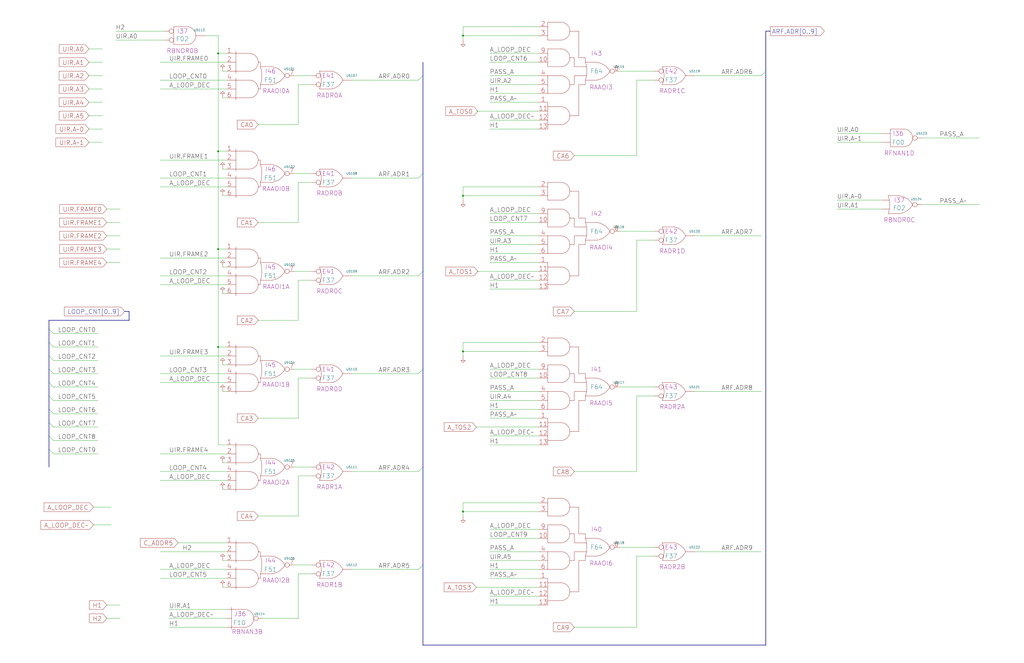
<source format=kicad_sch>
(kicad_sch (version 20250114) (generator "eeschema") (generator_version "9.0")
  (paper "User" 584.2 378.46)
  (title_block (title "REGISTER FILE CONTROL\\nA ADDRESS GENERATION") (date "22-MAR-90") (rev "1.0") (comment 1 "VALUE") (comment 2 "232-003063") (comment 3 "S400") (comment 4 "RELEASED"))
  (lib_symbols
    (symbol "r1000:F00" (pin_numbers (hide yes)) (pin_names (hide yes))
      (property "Reference" "U" (at 15.24 0 0))
      (property "Value" "F00" (at 1.905 -5.08 0))
      (property "Location" "___" (at 1.905 0 0))
      (property "Name" "______" (at 2.54 -12.7 0))
      (symbol "F00_0_1"
        (polyline (pts (xy -2.54 2.54) (xy -2.54 -7.62)) (stroke (width 0.1524)))
        (polyline (pts (xy -2.54 2.54) (xy 5.08 2.54)) (stroke (width 0.1524)))
        (polyline (pts (xy -2.54 -7.62) (xy 5.08 -7.62)) (stroke (width 0.1524)))
        (arc (start 5.08 2.54) (mid 10.1281 -2.54) (end 5.08 -7.62) (stroke (width 0.1524)))
        (circle (center 11.43 -2.54) (radius 1.27) (stroke (width 0.1524)))
      )
      (symbol "F00_0_2"
        (arc (start -3.175 2.54) (mid -2.134 -2.54) (end -3.175 -7.62) (stroke (width 0.1524)))
        (circle (center -3.81 0) (radius 1.27) (stroke (width 0.1524)))
        (circle (center -3.81 -5.08) (radius 1.27) (stroke (width 0.1524)))
        (polyline (pts (xy -3.175 2.54) (xy 3.81 2.54)) (stroke (width 0.1524)))
        (polyline (pts (xy -3.175 -7.62) (xy 3.81 -7.62)) (stroke (width 0.1524)))
        (arc (start 3.81 2.54) (mid 7.5828 0.7472) (end 10.16 -2.54) (stroke (width 0.1524)))
        (arc (start 10.16 -2.54) (mid 7.5855 -5.8306) (end 3.81 -7.62) (stroke (width 0.1524)))
      )
      (symbol "F00_1_1"
        (pin input line (at -7.62 0 0) (length 5.08) (name "D0") (number "1"))
        (pin input line (at -7.62 -5.08 0) (length 5.08) (name "D1") (number "2"))
        (pin output line (at 15.24 -2.54 180) (length 2.54) (name "Q") (number "3"))
      )
      (symbol "F00_1_2"
        (pin input line (at -7.62 0 0) (length 2.54) (name "D0") (number "1"))
        (pin input line (at -7.62 -5.08 0) (length 2.54) (name "D1") (number "2"))
        (pin output line (at 15.24 -2.54 180) (length 5.08) (name "Q") (number "3"))
      )
    )
    (symbol "r1000:F02" (pin_numbers (hide yes)) (pin_names (hide yes))
      (property "Reference" "U" (at 12.16 0.635 0))
      (property "Value" "F02" (at -1.27 -4.445 0))
      (property "Location" "___" (at 2.54 0 0))
      (property "Name" "______" (at 2.54 -12.7 0))
      (symbol "F02_0_1"
        (arc (start -3.81 2.54) (mid -2.9847 -2.54) (end -3.81 -7.62) (stroke (width 0.1524)))
        (polyline (pts (xy -5.08 0) (xy -3.175 0)) (stroke (width 0.1524)))
        (polyline (pts (xy -5.08 -5.08) (xy -3.175 -5.08)) (stroke (width 0.1524)))
        (polyline (pts (xy -3.81 2.54) (xy 2.54 2.54)) (stroke (width 0.1524)))
        (polyline (pts (xy -3.81 -7.62) (xy 2.54 -7.62)) (stroke (width 0.1524)))
        (arc (start 2.54 2.54) (mid 6.9477 0.8966) (end 10.16 -2.54) (stroke (width 0.1524)))
        (arc (start 10.16 -2.54) (mid 6.9515 -5.9823) (end 2.54 -7.62) (stroke (width 0.1524)))
        (circle (center 11.43 -2.54) (radius 1.27) (stroke (width 0.1524)))
        (polyline (pts (xy 13.97 -2.54) (xy 12.7 -2.54)) (stroke (width 0.1524)))
      )
      (symbol "F02_0_2"
        (circle (center -3.81 0) (radius 1.27) (stroke (width 0.1524)))
        (circle (center -3.81 -5.08) (radius 1.27) (stroke (width 0.1524)))
        (polyline (pts (xy -2.54 2.54) (xy -2.54 -7.62)) (stroke (width 0.1524)))
        (polyline (pts (xy -2.54 2.54) (xy 5.08 2.54)) (stroke (width 0.1524)))
        (polyline (pts (xy -2.54 -7.62) (xy 5.08 -7.62)) (stroke (width 0.1524)))
        (arc (start 5.08 2.54) (mid 10.1281 -2.54) (end 5.08 -7.62) (stroke (width 0.1524)))
        (polyline (pts (xy 11.43 -2.54) (xy 10.16 -2.54)) (stroke (width 0.1524)))
        (polyline (pts (xy 11.43 -2.54) (xy 12.7 -2.54)) (stroke (width 0.1524)))
      )
      (symbol "F02_1_1"
        (pin input line (at -7.62 0 0) (length 2.54) (name "D0") (number "1"))
        (pin input line (at -7.62 -5.08 0) (length 2.54) (name "D1") (number "2"))
        (pin output line (at 15.24 -2.54 180) (length 1.27) (name "Q") (number "3"))
      )
      (symbol "F02_1_2"
        (pin input line (at -7.62 0 0) (length 2.54) (name "D0") (number "1"))
        (pin input line (at -7.62 -5.08 0) (length 2.54) (name "D1") (number "2"))
        (pin output line (at 15.24 -2.54 180) (length 2.54) (name "Q") (number "3"))
      )
    )
    (symbol "r1000:F10" (pin_numbers (hide yes)) (pin_names (hide yes))
      (property "Reference" "U" (at 13.335 0 0))
      (property "Value" "F10" (at 5.715 -5.08 0))
      (property "Location" "___" (at -1.27 0 0))
      (property "Name" "______" (at -2.54 -10.16 0))
      (symbol "F10_0_1"
        (polyline (pts (xy -2.54 3.81) (xy -2.54 -8.89)) (stroke (width 0.1524)))
        (polyline (pts (xy -2.54 2.54) (xy 5.08 2.54)) (stroke (width 0.1524)))
        (polyline (pts (xy -2.54 -7.62) (xy 5.08 -7.62)) (stroke (width 0.1524)))
        (arc (start 5.08 2.54) (mid 10.1281 -2.54) (end 5.08 -7.62) (stroke (width 0.1524)))
        (circle (center 11.43 -2.54) (radius 1.27) (stroke (width 0.1524)))
      )
      (symbol "F10_0_2"
        (arc (start -2.54 2.54) (mid -1.8195 -2.54) (end -2.54 -7.62) (stroke (width 0.1524)))
        (polyline (pts (xy -4.445 -2.54) (xy -5.08 -2.54)) (stroke (width 0.1524)))
        (circle (center -3.81 2.54) (radius 1.27) (stroke (width 0.1524)))
        (circle (center -3.81 -7.62) (radius 1.27) (stroke (width 0.1524)))
        (circle (center -3.175 -2.54) (radius 1.27) (stroke (width 0.1524)))
        (polyline (pts (xy -2.54 2.54) (xy 5.08 2.54)) (stroke (width 0.1524)))
        (polyline (pts (xy -2.54 -7.62) (xy 5.08 -7.62)) (stroke (width 0.1524)))
        (arc (start 5.08 2.54) (mid 8.4807 0.6111) (end 10.795 -2.54) (stroke (width 0.1524)))
        (arc (start 10.795 -2.54) (mid 8.4844 -5.6952) (end 5.08 -7.62) (stroke (width 0.1524)))
        (polyline (pts (xy 10.795 -2.54) (xy 12.7 -2.54)) (stroke (width 0.1524)))
      )
      (symbol "F10_1_1"
        (pin input line (at -5.08 2.54 0) (length 2.54) (name "D0") (number "1"))
        (pin input line (at -5.08 -2.54 0) (length 2.54) (name "D1") (number "2"))
        (pin input line (at -5.08 -7.62 0) (length 2.54) (name "D2") (number "3"))
        (pin output line (at 15.24 -2.54 180) (length 2.54) (name "Q") (number "4"))
      )
      (symbol "F10_1_2"
        (pin input line (at -5.08 2.54 0) (length 0) (name "D0") (number "1"))
        (pin input line (at -5.08 -2.54 0) (length 0) (name "D1") (number "2"))
        (pin input line (at -5.08 -7.62 0) (length 0) (name "D2") (number "3"))
        (pin output line (at 15.24 -2.54 180) (length 2.54) (name "Q") (number "4"))
      )
    )
    (symbol "r1000:F37" (pin_numbers (hide yes)) (pin_names (offset 0) (hide yes))
      (property "Reference" "U" (at 15.24 0 0))
      (property "Value" "F37" (at 1.905 -5.08 0))
      (property "Location" "___" (at 1.905 0 0))
      (property "Name" "______" (at 2.54 -12.7 0))
      (symbol "F37_0_1"
        (polyline (pts (xy -2.54 2.54) (xy -2.54 -7.62)) (stroke (width 0.1524)))
        (polyline (pts (xy -2.54 2.54) (xy 5.08 2.54)) (stroke (width 0.1524)))
        (polyline (pts (xy -2.54 -7.62) (xy 5.08 -7.62)) (stroke (width 0.1524)))
        (arc (start 5.08 2.54) (mid 10.1281 -2.54) (end 5.08 -7.62) (stroke (width 0.1524)))
        (circle (center 11.43 -2.54) (radius 1.27) (stroke (width 0.1524)))
      )
      (symbol "F37_0_2"
        (arc (start -3.175 2.54) (mid -2.134 -2.54) (end -3.175 -7.62) (stroke (width 0.1524)))
        (circle (center -3.81 0) (radius 1.27) (stroke (width 0.1524)))
        (circle (center -3.81 -5.08) (radius 1.27) (stroke (width 0.1524)))
        (polyline (pts (xy -3.175 2.54) (xy 3.81 2.54)) (stroke (width 0.1524)))
        (polyline (pts (xy -3.175 -7.62) (xy 3.81 -7.62)) (stroke (width 0.1524)))
        (arc (start 3.81 2.54) (mid 7.5828 0.7472) (end 10.16 -2.54) (stroke (width 0.1524)))
        (arc (start 10.16 -2.54) (mid 7.5855 -5.8306) (end 3.81 -7.62) (stroke (width 0.1524)))
      )
      (symbol "F37_1_1"
        (pin input line (at -7.62 0 0) (length 5.08) (name "D0") (number "1"))
        (pin input line (at -7.62 -5.08 0) (length 5.08) (name "D1") (number "2"))
        (pin output line (at 15.24 -2.54 180) (length 2.54) (name "Q") (number "3"))
      )
      (symbol "F37_1_2"
        (pin input line (at -7.62 0 0) (length 2.54) (name "D0") (number "1"))
        (pin input line (at -7.62 -5.08 0) (length 2.54) (name "D1") (number "2"))
        (pin output line (at 15.24 -2.54 180) (length 5.08) (name "Q") (number "3"))
      )
    )
    (symbol "r1000:F51" (pin_names (hide yes))
      (property "Reference" "U" (at 12.7 1.27 0))
      (property "Value" "F51" (at 1.905 -5.08 0))
      (property "Location" "___" (at 1.905 0 0))
      (property "Name" "______" (at 5.08 -12.7 0))
      (symbol "F51_0_0"
        (polyline (pts (xy -20.32 10.16) (xy -17.78 10.16)) (stroke (width 0.1524)))
        (polyline (pts (xy -20.32 5.08) (xy -17.78 5.08)) (stroke (width 0.1524)))
        (polyline (pts (xy -20.32 0) (xy -17.78 0)) (stroke (width 0.1524)))
        (polyline (pts (xy -20.32 -5.08) (xy -17.78 -5.08)) (stroke (width 0.1524)))
        (polyline (pts (xy -20.32 -10.16) (xy -17.78 -10.16)) (stroke (width 0.1524)))
        (polyline (pts (xy -20.32 -15.24) (xy -17.78 -15.24)) (stroke (width 0.1524)))
        (arc (start -3.8173 2.54) (mid -2.9926 -2.54) (end -3.8173 -7.62) (stroke (width 0.1524)))
        (polyline (pts (xy -17.78 11.43) (xy -17.78 -1.27)) (stroke (width 0.1524)))
        (polyline (pts (xy -17.78 -3.81) (xy -17.78 -16.51)) (stroke (width 0.1524)))
        (polyline (pts (xy -10.16 10.16) (xy -17.78 10.16)) (stroke (width 0.1524)))
        (arc (start -10.16 10.16) (mid -6.5679 8.6721) (end -5.08 5.08) (stroke (width 0.1524)))
        (arc (start -5.08 5.08) (mid -6.5679 1.4879) (end -10.16 0) (stroke (width 0.1524)))
        (polyline (pts (xy -10.16 0) (xy -17.78 0)) (stroke (width 0.1524)))
        (polyline (pts (xy -10.16 -5.08) (xy -17.78 -5.08)) (stroke (width 0.1524)))
        (arc (start -10.16 -5.08) (mid -6.5679 -6.5679) (end -5.08 -10.16) (stroke (width 0.1524)))
        (arc (start -5.08 -10.16) (mid -6.5679 -13.7521) (end -10.16 -15.24) (stroke (width 0.1524)))
        (polyline (pts (xy -10.16 -15.24) (xy -17.78 -15.24)) (stroke (width 0.1524)))
        (polyline (pts (xy -5.08 5.08) (xy -3.81 5.08) (xy -3.81 2.54)) (stroke (width 0.1524)))
        (polyline (pts (xy -5.08 -10.16) (xy -3.81 -10.16) (xy -3.81 -7.62)) (stroke (width 0.1524)))
        (polyline (pts (xy -3.81 2.54) (xy 2.54 2.54)) (stroke (width 0.1524)))
        (polyline (pts (xy -3.81 -7.62) (xy 2.54 -7.62)) (stroke (width 0.1524)))
        (arc (start 10.16 -2.54) (mid 6.9504 -5.9807) (end 2.54 -7.62) (stroke (width 0.1524)))
        (arc (start 2.54 2.54) (mid 6.9516 0.9024) (end 10.16 -2.54) (stroke (width 0.1524)))
        (circle (center 11.43 -2.54) (radius 1.27) (stroke (width 0.1524)))
      )
      (symbol "F51_1_1"
        (pin input line (at -22.86 10.16 0) (length 2.54) (name "A1") (number "1"))
        (pin input line (at -22.86 5.08 0) (length 2.54) (name "A2") (number "2"))
        (pin input line (at -22.86 0 0) (length 2.54) (name "A3") (number "3"))
        (pin input line (at -22.86 -5.08 0) (length 2.54) (name "B1") (number "4"))
        (pin input line (at -22.86 -10.16 0) (length 2.54) (name "B2") (number "5"))
        (pin input line (at -22.86 -15.24 0) (length 2.54) (name "B3") (number "6"))
        (pin output line (at 15.24 -2.54 180) (length 2.54) (name "Q") (number "7"))
      )
    )
    (symbol "r1000:F64" (pin_names (hide yes))
      (property "Reference" "U" (at 15.24 2.54 0))
      (property "Value" "F64" (at 2.54 0 0))
      (property "Location" "___" (at 2.54 10.16 0))
      (property "Name" "______" (at 5.08 -10.62 0))
      (symbol "F64_0_0"
        (polyline (pts (xy -25.4 27.94) (xy -17.78 27.94)) (stroke (width 0.1524)))
        (polyline (pts (xy -25.4 17.78) (xy -17.78 17.78)) (stroke (width 0.1524)))
        (polyline (pts (xy -25.4 12.7) (xy -17.78 12.7)) (stroke (width 0.1524)))
        (polyline (pts (xy -25.4 2.54) (xy -17.78 2.54)) (stroke (width 0.1524)))
        (polyline (pts (xy -25.4 -2.54) (xy -17.78 -2.54)) (stroke (width 0.1524)))
        (polyline (pts (xy -25.4 -12.7) (xy -17.78 -12.7)) (stroke (width 0.1524)))
        (polyline (pts (xy -25.4 -20.32) (xy -17.78 -20.32)) (stroke (width 0.1524)))
        (polyline (pts (xy -25.4 -30.48) (xy -17.78 -30.48)) (stroke (width 0.1524)))
        (arc (start -3.8173 5.08) (mid -2.9926 0) (end -3.8173 -5.08) (stroke (width 0.1524)))
        (arc (start -17.78 27.94) (mid -14.1879 26.4521) (end -12.7 22.86) (stroke (width 0.1524)))
        (arc (start -12.7 22.86) (mid -14.1879 19.2679) (end -17.78 17.78) (stroke (width 0.1524)))
        (arc (start -17.78 12.7) (mid -14.1879 11.2121) (end -12.7 7.62) (stroke (width 0.1524)))
        (arc (start -12.7 7.62) (mid -14.1879 4.0279) (end -17.78 2.54) (stroke (width 0.1524)))
        (arc (start -17.78 -2.54) (mid -14.1879 -4.0279) (end -12.7 -7.62) (stroke (width 0.1524)))
        (arc (start -12.7 -7.62) (mid -14.1879 -11.2121) (end -17.78 -12.7) (stroke (width 0.1524)))
        (arc (start -17.78 -20.32) (mid -14.1879 -21.8079) (end -12.7 -25.4) (stroke (width 0.1524)))
        (arc (start -12.7 -25.4) (mid -14.1879 -28.9921) (end -17.78 -30.48) (stroke (width 0.1524)))
        (polyline (pts (xy -3.81 5.08) (xy 2.54 5.08)) (stroke (width 0.1524)))
        (polyline (pts (xy -3.81 -5.08) (xy 2.54 -5.08)) (stroke (width 0.1524)))
        (arc (start 10.16 0) (mid 6.9504 -3.4407) (end 2.54 -5.08) (stroke (width 0.1524)))
        (arc (start 2.54 5.08) (mid 6.9516 3.4424) (end 10.16 0) (stroke (width 0.1524)))
        (circle (center 11.43 0) (radius 1.27) (stroke (width 0.1524)))
      )
      (symbol "F64_0_1"
        (polyline (pts (xy -25.4 27.94) (xy -25.4 17.78)) (stroke (width 0.1524)))
        (polyline (pts (xy -25.4 12.7) (xy -25.4 2.54)) (stroke (width 0.1524)))
        (polyline (pts (xy -25.4 -2.54) (xy -25.4 -12.7)) (stroke (width 0.1524)))
        (polyline (pts (xy -25.4 -17.78) (xy -25.4 -20.32)) (stroke (width 0.1524)))
        (polyline (pts (xy -25.4 -20.32) (xy -25.4 -30.48)) (stroke (width 0.1524)))
        (polyline (pts (xy -25.4 -33.02) (xy -25.4 -30.48)) (stroke (width 0.1524)))
        (polyline (pts (xy -12.7 7.62) (xy -10.16 7.62) (xy -10.16 2.54) (xy -5.08 2.54)) (stroke (width 0.1524)))
        (polyline (pts (xy -12.7 -7.62) (xy -12.7 -7.62)) (stroke (width 0.1524)))
        (polyline (pts (xy -12.7 -7.62) (xy -10.16 -7.62) (xy -10.16 -2.54) (xy -5.08 -2.54)) (stroke (width 0.1524)))
        (polyline (pts (xy -5.08 2.54) (xy -3.175 2.54)) (stroke (width 0.1524)))
        (polyline (pts (xy -5.08 -2.54) (xy -3.175 -2.54)) (stroke (width 0.1524)))
        (polyline (pts (xy -3.81 5.08) (xy -3.81 7.62) (xy -7.62 7.62) (xy -7.62 22.86) (xy -12.7 22.86)) (stroke (width 0.1524)))
        (polyline (pts (xy -3.81 -5.08) (xy -3.81 -7.62) (xy -7.62 -7.62) (xy -7.62 -25.4) (xy -12.7 -25.4)) (stroke (width 0.1524)))
      )
      (symbol "F64_1_1"
        (pin input line (at -30.48 25.4 0) (length 5.08) (name "A0") (number "2"))
        (pin input line (at -30.48 20.32 0) (length 5.08) (name "A1") (number "3"))
        (pin input line (at -30.48 10.16 0) (length 5.08) (name "B0") (number "9"))
        (pin input line (at -30.48 5.08 0) (length 5.08) (name "B1") (number "10"))
        (pin input line (at -30.48 -2.54 0) (length 5.08) (name "C0") (number "4"))
        (pin input line (at -30.48 -7.62 0) (length 5.08) (name "C1") (number "5"))
        (pin input line (at -30.48 -12.7 0) (length 5.08) (name "C2") (number "6"))
        (pin input line (at -30.48 -17.78 0) (length 5.08) (name "D0") (number "1"))
        (pin input line (at -30.48 -22.86 0) (length 5.08) (name "D1") (number "11"))
        (pin input line (at -30.48 -27.94 0) (length 5.08) (name "D2") (number "12"))
        (pin input line (at -30.48 -33.02 0) (length 5.08) (name "D3") (number "13"))
        (pin output line (at 15.24 0 180) (length 2.54) (name "Q") (number "8"))
      )
    )
    (symbol "r1000:PD" (power) (pin_numbers (hide yes)) (pin_names (hide yes)) (in_bom no)
      (symbol "PD_0_1"
        (polyline (pts (xy 0 -2.54) (xy 1.27 -2.54) (xy 0 -3.81) (xy -1.27 -2.54) (xy 0 -2.54)) (stroke (width 0.1524)))
      )
      (symbol "PD_1_1"
        (pin power_in line (at 0 0 270) (length 2.54) (name "PD") (number "1"))
      )
    )
    (symbol "r1000:PU" (power) (pin_numbers (hide yes)) (pin_names (hide yes))
      (symbol "PU_0_1"
        (polyline (pts (xy 0 2.54) (xy -1.27 2.54) (xy 0 3.81) (xy 1.27 2.54) (xy 0 2.54)) (stroke (width 0.1524)))
      )
      (symbol "PU_1_1"
        (pin power_in line (at 0 0 90) (length 2.54) (name "PU") (number "1"))
      )
    )
  )
  (junction (at 264.16 111.76))
  (junction (at 124.46 198.12))
  (junction (at 264.16 292.1))
  (junction (at 124.46 142.24))
  (junction (at 124.46 30.48))
  (junction (at 264.16 20.32))
  (junction (at 124.46 86.36))
  (junction (at 264.16 200.66))
  (bus_entry (at 27.94 248.92) (size 2.54 2.54))
  (bus_entry (at 27.94 241.3) (size 2.54 2.54))
  (bus_entry (at 241.3 154.94) (size -2.54 2.54))
  (bus_entry (at 241.3 266.7) (size -2.54 2.54))
  (bus_entry (at 27.94 195.58) (size 2.54 2.54))
  (bus_entry (at 27.94 233.68) (size 2.54 2.54))
  (bus_entry (at 27.94 203.2) (size 2.54 2.54))
  (bus_entry (at 241.3 99.06) (size -2.54 2.54))
  (bus_entry (at 241.3 210.82) (size -2.54 2.54))
  (bus_entry (at 27.94 210.82) (size 2.54 2.54))
  (bus_entry (at 436.88 40.64) (size -2.54 2.54))
  (bus_entry (at 241.3 43.18) (size -2.54 2.54))
  (bus_entry (at 241.3 322.58) (size -2.54 2.54))
  (bus_entry (at 27.94 226.06) (size 2.54 2.54))
  (bus_entry (at 27.94 187.96) (size 2.54 2.54))
  (bus_entry (at 27.94 218.44) (size 2.54 2.54))
  (bus_entry (at 27.94 256.54) (size 2.54 2.54))
  (wire (pts (xy 91.44 274.32) (xy 129.54 274.32)))
  (bus (pts (xy 27.94 248.92) (xy 27.94 256.54)))
  (wire (pts (xy 200.66 325.12) (xy 238.76 325.12)))
  (wire (pts (xy 271.78 154.94) (xy 307.34 154.94)))
  (bus (pts (xy 71.12 177.8) (xy 73.66 177.8)))
  (bus (pts (xy 241.3 266.7) (xy 241.3 322.58)))
  (wire (pts (xy 30.48 205.74) (xy 55.88 205.74)))
  (bus (pts (xy 27.94 182.88) (xy 27.94 187.96)))
  (wire (pts (xy 60.96 119.38) (xy 68.58 119.38)))
  (wire (pts (xy 327.66 177.8) (xy 363.22 177.8)))
  (wire (pts (xy 279.4 215.9) (xy 307.34 215.9)))
  (wire (pts (xy 127 335.28) (xy 129.54 335.28)))
  (wire (pts (xy 353.06 220.98) (xy 373.38 220.98)))
  (bus (pts (xy 27.94 256.54) (xy 27.94 266.7)))
  (wire (pts (xy 264.16 200.66) (xy 307.34 200.66)))
  (wire (pts (xy 477.52 76.2) (xy 502.92 76.2)))
  (wire (pts (xy 30.48 213.36) (xy 55.88 213.36)))
  (wire (pts (xy 279.4 248.92) (xy 307.34 248.92)))
  (wire (pts (xy 279.4 302.26) (xy 307.34 302.26)))
  (wire (pts (xy 170.18 160.02) (xy 177.8 160.02)))
  (wire (pts (xy 91.44 203.2) (xy 129.54 203.2)))
  (wire (pts (xy 91.44 213.36) (xy 129.54 213.36)))
  (wire (pts (xy 396.24 314.96) (xy 434.34 314.96)))
  (wire (pts (xy 279.4 149.86) (xy 307.34 149.86)))
  (wire (pts (xy 200.66 157.48) (xy 238.76 157.48)))
  (wire (pts (xy 264.16 20.32) (xy 264.16 15.24)))
  (wire (pts (xy 30.48 251.46) (xy 55.88 251.46)))
  (wire (pts (xy 124.46 86.36) (xy 124.46 142.24)))
  (wire (pts (xy 279.4 127) (xy 307.34 127)))
  (wire (pts (xy 279.4 233.68) (xy 307.34 233.68)))
  (bus (pts (xy 27.94 218.44) (xy 27.94 226.06)))
  (wire (pts (xy 525.78 78.74) (xy 558.8 78.74)))
  (wire (pts (xy 30.48 220.98) (xy 55.88 220.98)))
  (wire (pts (xy 50.8 58.42) (xy 58.42 58.42)))
  (wire (pts (xy 91.44 50.8) (xy 129.54 50.8)))
  (wire (pts (xy 101.6 309.88) (xy 129.54 309.88)))
  (wire (pts (xy 167.64 210.82) (xy 177.8 210.82)))
  (wire (pts (xy 279.4 307.34) (xy 307.34 307.34)))
  (wire (pts (xy 170.18 353.06) (xy 170.18 327.66)))
  (wire (pts (xy 127 264.16) (xy 129.54 264.16)))
  (bus (pts (xy 27.94 203.2) (xy 27.94 210.82)))
  (wire (pts (xy 279.4 134.62) (xy 307.34 134.62)))
  (wire (pts (xy 363.22 226.06) (xy 373.38 226.06)))
  (bus (pts (xy 241.3 210.82) (xy 241.3 266.7)))
  (wire (pts (xy 66.04 17.78) (xy 93.98 17.78)))
  (wire (pts (xy 50.8 27.94) (xy 58.42 27.94)))
  (bus (pts (xy 241.3 43.18) (xy 241.3 99.06)))
  (wire (pts (xy 363.22 45.72) (xy 373.38 45.72)))
  (wire (pts (xy 53.34 299.72) (xy 63.5 299.72)))
  (wire (pts (xy 264.16 106.68) (xy 307.34 106.68)))
  (wire (pts (xy 279.4 48.26) (xy 307.34 48.26)))
  (wire (pts (xy 279.4 314.96) (xy 307.34 314.96)))
  (wire (pts (xy 264.16 20.32) (xy 307.34 20.32)))
  (bus (pts (xy 27.94 210.82) (xy 27.94 218.44)))
  (wire (pts (xy 30.48 198.12) (xy 55.88 198.12)))
  (wire (pts (xy 124.46 254) (xy 129.54 254)))
  (wire (pts (xy 167.64 154.94) (xy 177.8 154.94)))
  (wire (pts (xy 127 223.52) (xy 129.54 223.52)))
  (wire (pts (xy 96.52 347.98) (xy 129.54 347.98)))
  (wire (pts (xy 91.44 45.72) (xy 129.54 45.72)))
  (wire (pts (xy 279.4 58.42) (xy 307.34 58.42)))
  (wire (pts (xy 279.4 53.34) (xy 307.34 53.34)))
  (wire (pts (xy 279.4 68.58) (xy 307.34 68.58)))
  (wire (pts (xy 279.4 144.78) (xy 307.34 144.78)))
  (wire (pts (xy 91.44 35.56) (xy 129.54 35.56)))
  (wire (pts (xy 127 167.64) (xy 129.54 167.64)))
  (wire (pts (xy 30.48 259.08) (xy 55.88 259.08)))
  (bus (pts (xy 73.66 182.88) (xy 27.94 182.88)))
  (wire (pts (xy 91.44 162.56) (xy 129.54 162.56)))
  (wire (pts (xy 50.8 73.66) (xy 58.42 73.66)))
  (wire (pts (xy 127 111.76) (xy 129.54 111.76)))
  (wire (pts (xy 170.18 71.12) (xy 170.18 48.26)))
  (wire (pts (xy 170.18 294.64) (xy 170.18 271.78)))
  (wire (pts (xy 477.52 114.3) (xy 502.92 114.3)))
  (wire (pts (xy 30.48 243.84) (xy 55.88 243.84)))
  (wire (pts (xy 279.4 160.02) (xy 307.34 160.02)))
  (wire (pts (xy 264.16 294.64) (xy 264.16 292.1)))
  (wire (pts (xy 279.4 345.44) (xy 307.34 345.44)))
  (wire (pts (xy 525.78 116.84) (xy 558.8 116.84)))
  (wire (pts (xy 264.16 114.3) (xy 264.16 111.76)))
  (wire (pts (xy 60.96 345.44) (xy 68.58 345.44)))
  (bus (pts (xy 27.94 195.58) (xy 27.94 203.2)))
  (wire (pts (xy 279.4 165.1) (xy 307.34 165.1)))
  (wire (pts (xy 170.18 271.78) (xy 177.8 271.78)))
  (wire (pts (xy 91.44 101.6) (xy 129.54 101.6)))
  (wire (pts (xy 167.64 322.58) (xy 177.8 322.58)))
  (wire (pts (xy 60.96 127) (xy 68.58 127)))
  (wire (pts (xy 396.24 43.18) (xy 434.34 43.18)))
  (wire (pts (xy 91.44 218.44) (xy 129.54 218.44)))
  (wire (pts (xy 124.46 86.36) (xy 129.54 86.36)))
  (wire (pts (xy 264.16 22.86) (xy 264.16 20.32)))
  (wire (pts (xy 124.46 142.24) (xy 124.46 198.12)))
  (wire (pts (xy 127 40.64) (xy 129.54 40.64)))
  (wire (pts (xy 279.4 73.66) (xy 307.34 73.66)))
  (wire (pts (xy 279.4 254) (xy 307.34 254)))
  (bus (pts (xy 241.3 99.06) (xy 241.3 154.94)))
  (wire (pts (xy 149.86 353.06) (xy 170.18 353.06)))
  (wire (pts (xy 50.8 81.28) (xy 58.42 81.28)))
  (wire (pts (xy 170.18 238.76) (xy 170.18 215.9)))
  (wire (pts (xy 170.18 182.88) (xy 170.18 160.02)))
  (wire (pts (xy 200.66 269.24) (xy 238.76 269.24)))
  (wire (pts (xy 170.18 327.66) (xy 177.8 327.66)))
  (wire (pts (xy 124.46 142.24) (xy 129.54 142.24)))
  (wire (pts (xy 91.44 259.08) (xy 129.54 259.08)))
  (wire (pts (xy 279.4 210.82) (xy 307.34 210.82)))
  (wire (pts (xy 264.16 292.1) (xy 307.34 292.1)))
  (wire (pts (xy 264.16 200.66) (xy 264.16 195.58)))
  (wire (pts (xy 396.24 134.62) (xy 434.34 134.62)))
  (wire (pts (xy 279.4 340.36) (xy 307.34 340.36)))
  (wire (pts (xy 167.64 99.06) (xy 177.8 99.06)))
  (wire (pts (xy 271.78 63.5) (xy 307.34 63.5)))
  (wire (pts (xy 353.06 132.08) (xy 373.38 132.08)))
  (wire (pts (xy 279.4 238.76) (xy 307.34 238.76)))
  (wire (pts (xy 271.78 335.28) (xy 307.34 335.28)))
  (wire (pts (xy 271.78 243.84) (xy 307.34 243.84)))
  (wire (pts (xy 50.8 50.8) (xy 58.42 50.8)))
  (wire (pts (xy 124.46 30.48) (xy 124.46 86.36)))
  (wire (pts (xy 279.4 223.52) (xy 307.34 223.52)))
  (wire (pts (xy 167.64 43.18) (xy 177.8 43.18)))
  (wire (pts (xy 396.24 223.52) (xy 434.34 223.52)))
  (wire (pts (xy 327.66 358.14) (xy 363.22 358.14)))
  (wire (pts (xy 127 55.88) (xy 129.54 55.88)))
  (bus (pts (xy 241.3 322.58) (xy 241.3 368.3)))
  (wire (pts (xy 60.96 134.62) (xy 68.58 134.62)))
  (wire (pts (xy 279.4 35.56) (xy 307.34 35.56)))
  (wire (pts (xy 279.4 325.12) (xy 307.34 325.12)))
  (wire (pts (xy 264.16 111.76) (xy 264.16 106.68)))
  (bus (pts (xy 436.88 17.78) (xy 436.88 40.64)))
  (wire (pts (xy 127 152.4) (xy 129.54 152.4)))
  (wire (pts (xy 96.52 358.14) (xy 129.54 358.14)))
  (wire (pts (xy 363.22 88.9) (xy 363.22 45.72)))
  (wire (pts (xy 264.16 287.02) (xy 307.34 287.02)))
  (wire (pts (xy 53.34 289.56) (xy 63.5 289.56)))
  (wire (pts (xy 96.52 353.06) (xy 129.54 353.06)))
  (wire (pts (xy 279.4 320.04) (xy 307.34 320.04)))
  (bus (pts (xy 241.3 154.94) (xy 241.3 210.82)))
  (wire (pts (xy 30.48 236.22) (xy 55.88 236.22)))
  (wire (pts (xy 363.22 137.16) (xy 373.38 137.16)))
  (wire (pts (xy 264.16 111.76) (xy 307.34 111.76)))
  (wire (pts (xy 200.66 213.36) (xy 238.76 213.36)))
  (wire (pts (xy 170.18 127) (xy 170.18 104.14)))
  (wire (pts (xy 91.44 157.48) (xy 129.54 157.48)))
  (wire (pts (xy 91.44 106.68) (xy 129.54 106.68)))
  (bus (pts (xy 27.94 226.06) (xy 27.94 233.68)))
  (wire (pts (xy 127 208.28) (xy 129.54 208.28)))
  (wire (pts (xy 127 279.4) (xy 129.54 279.4)))
  (wire (pts (xy 264.16 15.24) (xy 307.34 15.24)))
  (wire (pts (xy 170.18 215.9) (xy 177.8 215.9)))
  (bus (pts (xy 73.66 177.8) (xy 73.66 182.88)))
  (wire (pts (xy 124.46 198.12) (xy 129.54 198.12)))
  (wire (pts (xy 363.22 177.8) (xy 363.22 137.16)))
  (wire (pts (xy 327.66 88.9) (xy 363.22 88.9)))
  (wire (pts (xy 147.32 71.12) (xy 170.18 71.12)))
  (wire (pts (xy 363.22 317.5) (xy 373.38 317.5)))
  (wire (pts (xy 167.64 266.7) (xy 177.8 266.7)))
  (wire (pts (xy 60.96 142.24) (xy 68.58 142.24)))
  (wire (pts (xy 264.16 292.1) (xy 264.16 287.02)))
  (wire (pts (xy 279.4 139.7) (xy 307.34 139.7)))
  (bus (pts (xy 436.88 40.64) (xy 436.88 368.3)))
  (wire (pts (xy 66.04 22.86) (xy 93.98 22.86)))
  (wire (pts (xy 363.22 358.14) (xy 363.22 317.5)))
  (wire (pts (xy 124.46 20.32) (xy 124.46 30.48)))
  (wire (pts (xy 147.32 182.88) (xy 170.18 182.88)))
  (bus (pts (xy 241.3 35.56) (xy 241.3 43.18)))
  (wire (pts (xy 170.18 104.14) (xy 177.8 104.14)))
  (wire (pts (xy 91.44 325.12) (xy 129.54 325.12)))
  (wire (pts (xy 50.8 43.18) (xy 58.42 43.18)))
  (wire (pts (xy 353.06 312.42) (xy 373.38 312.42)))
  (wire (pts (xy 200.66 101.6) (xy 238.76 101.6)))
  (bus (pts (xy 436.88 17.78) (xy 439.42 17.78)))
  (wire (pts (xy 279.4 121.92) (xy 307.34 121.92)))
  (wire (pts (xy 200.66 45.72) (xy 238.76 45.72)))
  (wire (pts (xy 353.06 40.64) (xy 373.38 40.64)))
  (wire (pts (xy 477.52 119.38) (xy 502.92 119.38)))
  (bus (pts (xy 27.94 233.68) (xy 27.94 241.3)))
  (wire (pts (xy 264.16 195.58) (xy 307.34 195.58)))
  (wire (pts (xy 279.4 228.6) (xy 307.34 228.6)))
  (wire (pts (xy 279.4 330.2) (xy 307.34 330.2)))
  (bus (pts (xy 27.94 187.96) (xy 27.94 195.58)))
  (wire (pts (xy 279.4 43.18) (xy 307.34 43.18)))
  (wire (pts (xy 91.44 91.44) (xy 129.54 91.44)))
  (wire (pts (xy 91.44 330.2) (xy 129.54 330.2)))
  (wire (pts (xy 127 320.04) (xy 129.54 320.04)))
  (wire (pts (xy 91.44 314.96) (xy 129.54 314.96)))
  (wire (pts (xy 147.32 238.76) (xy 170.18 238.76)))
  (wire (pts (xy 124.46 30.48) (xy 129.54 30.48)))
  (wire (pts (xy 127 96.52) (xy 129.54 96.52)))
  (wire (pts (xy 477.52 81.28) (xy 502.92 81.28)))
  (wire (pts (xy 60.96 149.86) (xy 68.58 149.86)))
  (wire (pts (xy 30.48 190.5) (xy 55.88 190.5)))
  (wire (pts (xy 279.4 30.48) (xy 307.34 30.48)))
  (bus (pts (xy 27.94 241.3) (xy 27.94 248.92)))
  (wire (pts (xy 50.8 66.04) (xy 58.42 66.04)))
  (wire (pts (xy 147.32 294.64) (xy 170.18 294.64)))
  (wire (pts (xy 60.96 353.06) (xy 68.58 353.06)))
  (wire (pts (xy 30.48 228.6) (xy 55.88 228.6)))
  (wire (pts (xy 147.32 127) (xy 170.18 127)))
  (wire (pts (xy 124.46 198.12) (xy 124.46 254)))
  (wire (pts (xy 327.66 269.24) (xy 363.22 269.24)))
  (wire (pts (xy 91.44 147.32) (xy 129.54 147.32)))
  (wire (pts (xy 50.8 35.56) (xy 58.42 35.56)))
  (wire (pts (xy 116.84 20.32) (xy 124.46 20.32)))
  (wire (pts (xy 264.16 203.2) (xy 264.16 200.66)))
  (wire (pts (xy 170.18 48.26) (xy 177.8 48.26)))
  (wire (pts (xy 91.44 269.24) (xy 129.54 269.24)))
  (bus (pts (xy 241.3 368.3) (xy 436.88 368.3)))
  (wire (pts (xy 363.22 269.24) (xy 363.22 226.06)))
  (label "PASS_A~" (at 279.4 330.2 0) (effects (font (size 2.54 2.54))))
  (label "ARF.ADR8" (at 411.48 223.52 0) (effects (font (size 2.54 2.54))))
  (label "UIR.A2" (at 279.4 48.26 0) (effects (font (size 2.54 2.54))))
  (label "LOOP_CNT3" (at 33.02 213.36 0) (effects (font (size 2.54 2.54))))
  (label "A_LOOP_DEC~" (at 96.52 353.06 0) (effects (font (size 2.54 2.54))))
  (label "LOOP_CNT9" (at 279.4 307.34 0) (effects (font (size 2.54 2.54))))
  (label "ARF.ADR4" (at 215.9 269.24 0) (effects (font (size 2.54 2.54))))
  (label "PASS_A~" (at 279.4 149.86 0) (effects (font (size 2.54 2.54))))
  (label "A_LOOP_DEC" (at 279.4 210.82 0) (effects (font (size 2.54 2.54))))
  (label "H1" (at 279.4 254 0) (effects (font (size 2.54 2.54))))
  (label "A_LOOP_DEC" (at 279.4 30.48 0) (effects (font (size 2.54 2.54))))
  (label "ARF.ADR0" (at 215.9 45.72 0) (effects (font (size 2.54 2.54))))
  (label "LOOP_CNT0" (at 33.02 190.5 0) (effects (font (size 2.54 2.54))))
  (label "H1" (at 279.4 73.66 0) (effects (font (size 2.54 2.54))))
  (label "H1" (at 279.4 325.12 0) (effects (font (size 2.54 2.54))))
  (label "PASS_A" (at 535.94 78.74 0) (effects (font (size 2.54 2.54))))
  (label "UIR.A3" (at 279.4 139.7 0) (effects (font (size 2.54 2.54))))
  (label "UIR.FRAME0" (at 96.52 35.56 0) (effects (font (size 2.54 2.54))))
  (label "PASS_A" (at 279.4 314.96 0) (effects (font (size 2.54 2.54))))
  (label "LOOP_CNT2" (at 33.02 205.74 0) (effects (font (size 2.54 2.54))))
  (label "UIR.A~0" (at 477.52 114.3 0) (effects (font (size 2.54 2.54))))
  (label "UIR.A0" (at 477.52 76.2 0) (effects (font (size 2.54 2.54))))
  (label "LOOP_CNT5" (at 33.02 228.6 0) (effects (font (size 2.54 2.54))))
  (label "H2" (at 104.14 314.96 0) (effects (font (size 2.54 2.54))))
  (label "H1" (at 96.52 358.14 0) (effects (font (size 2.54 2.54))))
  (label "LOOP_CNT4" (at 33.02 220.98 0) (effects (font (size 2.54 2.54))))
  (label "A_LOOP_DEC" (at 96.52 274.32 0) (effects (font (size 2.54 2.54))))
  (label "A_LOOP_DEC" (at 96.52 325.12 0) (effects (font (size 2.54 2.54))))
  (label "LOOP_CNT0" (at 96.52 45.72 0) (effects (font (size 2.54 2.54))))
  (label "UIR.FRAME1" (at 96.52 91.44 0) (effects (font (size 2.54 2.54))))
  (label "UIR.A~1" (at 477.52 81.28 0) (effects (font (size 2.54 2.54))))
  (label "ARF.ADR3" (at 215.9 213.36 0) (effects (font (size 2.54 2.54))))
  (label "ARF.ADR5" (at 215.9 325.12 0) (effects (font (size 2.54 2.54))))
  (label "UIR.A4" (at 279.4 228.6 0) (effects (font (size 2.54 2.54))))
  (label "UIR.FRAME4" (at 96.52 259.08 0) (effects (font (size 2.54 2.54))))
  (label "LOOP_CNT8" (at 33.02 251.46 0) (effects (font (size 2.54 2.54))))
  (label "ARF.ADR2" (at 215.9 157.48 0) (effects (font (size 2.54 2.54))))
  (label "A_LOOP_DEC" (at 96.52 50.8 0) (effects (font (size 2.54 2.54))))
  (label "LOOP_CNT3" (at 96.52 213.36 0) (effects (font (size 2.54 2.54))))
  (label "LOOP_CNT1" (at 96.52 101.6 0) (effects (font (size 2.54 2.54))))
  (label "A_LOOP_DEC" (at 279.4 302.26 0) (effects (font (size 2.54 2.54))))
  (label "A_LOOP_DEC~" (at 279.4 160.02 0) (effects (font (size 2.54 2.54))))
  (label "UIR.FRAME2" (at 96.52 147.32 0) (effects (font (size 2.54 2.54))))
  (label "LOOP_CNT9" (at 33.02 259.08 0) (effects (font (size 2.54 2.54))))
  (label "PASS_A" (at 279.4 223.52 0) (effects (font (size 2.54 2.54))))
  (label "H1" (at 279.4 165.1 0) (effects (font (size 2.54 2.54))))
  (label "H1" (at 279.4 233.68 0) (effects (font (size 2.54 2.54))))
  (label "ARF.ADR9" (at 411.48 314.96 0) (effects (font (size 2.54 2.54))))
  (label "A_LOOP_DEC" (at 96.52 106.68 0) (effects (font (size 2.54 2.54))))
  (label "UIR.A0" (at 66.04 22.86 0) (effects (font (size 2.54 2.54))))
  (label "LOOP_CNT1" (at 33.02 198.12 0) (effects (font (size 2.54 2.54))))
  (label "LOOP_CNT6" (at 279.4 35.56 0) (effects (font (size 2.54 2.54))))
  (label "A_LOOP_DEC" (at 96.52 218.44 0) (effects (font (size 2.54 2.54))))
  (label "UIR.A1" (at 477.52 119.38 0) (effects (font (size 2.54 2.54))))
  (label "PASS_A~" (at 279.4 58.42 0) (effects (font (size 2.54 2.54))))
  (label "LOOP_CNT4" (at 96.52 269.24 0) (effects (font (size 2.54 2.54))))
  (label "UIR.FRAME3" (at 96.52 203.2 0) (effects (font (size 2.54 2.54))))
  (label "LOOP_CNT7" (at 33.02 243.84 0) (effects (font (size 2.54 2.54))))
  (label "LOOP_CNT8" (at 279.4 215.9 0) (effects (font (size 2.54 2.54))))
  (label "PASS_A" (at 279.4 43.18 0) (effects (font (size 2.54 2.54))))
  (label "A_LOOP_DEC" (at 279.4 121.92 0) (effects (font (size 2.54 2.54))))
  (label "ARF.ADR1" (at 215.9 101.6 0) (effects (font (size 2.54 2.54))))
  (label "H1" (at 279.4 144.78 0) (effects (font (size 2.54 2.54))))
  (label "UIR.A5" (at 279.4 320.04 0) (effects (font (size 2.54 2.54))))
  (label "LOOP_CNT2" (at 96.52 157.48 0) (effects (font (size 2.54 2.54))))
  (label "PASS_A" (at 279.4 134.62 0) (effects (font (size 2.54 2.54))))
  (label "A_LOOP_DEC~" (at 279.4 340.36 0) (effects (font (size 2.54 2.54))))
  (label "A_LOOP_DEC" (at 96.52 162.56 0) (effects (font (size 2.54 2.54))))
  (label "H2" (at 66.04 17.78 0) (effects (font (size 2.54 2.54))))
  (label "PASS_A~" (at 535.94 116.84 0) (effects (font (size 2.54 2.54))))
  (label "LOOP_CNT7" (at 279.4 127 0) (effects (font (size 2.54 2.54))))
  (label "H1" (at 279.4 53.34 0) (effects (font (size 2.54 2.54))))
  (label "LOOP_CNT6" (at 33.02 236.22 0) (effects (font (size 2.54 2.54))))
  (label "A_LOOP_DEC~" (at 279.4 68.58 0) (effects (font (size 2.54 2.54))))
  (label "LOOP_CNT5" (at 96.52 330.2 0) (effects (font (size 2.54 2.54))))
  (label "ARF.ADR7" (at 411.48 134.62 0) (effects (font (size 2.54 2.54))))
  (label "UIR.A1" (at 96.52 347.98 0) (effects (font (size 2.54 2.54))))
  (label "ARF.ADR6" (at 411.48 43.18 0) (effects (font (size 2.54 2.54))))
  (label "PASS_A~" (at 279.4 238.76 0) (effects (font (size 2.54 2.54))))
  (label "A_LOOP_DEC~" (at 279.4 248.92 0) (effects (font (size 2.54 2.54))))
  (label "H1" (at 279.4 345.44 0) (effects (font (size 2.54 2.54))))
  (global_label "CA7" (shape input) (at 327.66 177.8 180) (effects (font (size 2.54 2.54))) (property "Intersheetrefs" "${INTERSHEET_REFS}" (at 315.6978 177.6413 0) (effects (font (size 1.905 1.905)) (justify right))))
  (global_label "LOOP_CNT[0..9]" (shape input) (at 71.12 177.8 180) (effects (font (size 2.54 2.54))) (property "Intersheetrefs" "${INTERSHEET_REFS}" (at 36.6607 177.6413 0) (effects (font (size 1.905 1.905)) (justify right))))
  (global_label "CA9" (shape input) (at 327.66 358.14 180) (effects (font (size 2.54 2.54))) (property "Intersheetrefs" "${INTERSHEET_REFS}" (at 315.6978 357.9813 0) (effects (font (size 1.905 1.905)) (justify right))))
  (global_label "UIR.A4" (shape input) (at 50.8 58.42 180) (effects (font (size 2.54 2.54))) (property "Intersheetrefs" "${INTERSHEET_REFS}" (at 33.7578 58.2613 0) (effects (font (size 1.905 1.905)) (justify right))))
  (global_label "UIR.A5" (shape input) (at 50.8 66.04 180) (effects (font (size 2.54 2.54))) (property "Intersheetrefs" "${INTERSHEET_REFS}" (at 33.7578 65.8813 0) (effects (font (size 1.905 1.905)) (justify right))))
  (global_label "A_LOOP_DEC" (shape input) (at 53.34 289.56 180) (effects (font (size 2.54 2.54))) (property "Intersheetrefs" "${INTERSHEET_REFS}" (at 25.1702 289.4013 0) (effects (font (size 1.905 1.905)) (justify right))))
  (global_label "CA3" (shape input) (at 147.32 238.76 180) (effects (font (size 2.54 2.54))) (property "Intersheetrefs" "${INTERSHEET_REFS}" (at 135.3578 238.6013 0) (effects (font (size 1.905 1.905)) (justify right))))
  (global_label "CA8" (shape input) (at 327.66 269.24 180) (effects (font (size 2.54 2.54))) (property "Intersheetrefs" "${INTERSHEET_REFS}" (at 315.6978 269.0813 0) (effects (font (size 1.905 1.905)) (justify right))))
  (global_label "CA2" (shape input) (at 147.32 182.88 180) (effects (font (size 2.54 2.54))) (property "Intersheetrefs" "${INTERSHEET_REFS}" (at 135.3578 182.7213 0) (effects (font (size 1.905 1.905)) (justify right))))
  (global_label "A_TOS1" (shape input) (at 272.621 154.94 180) (effects (font (size 2.54 2.54))) (property "Intersheetrefs" "${INTERSHEET_REFS}" (at 254.2483 154.7813 0) (effects (font (size 1.905 1.905)) (justify right))))
  (global_label "CA1" (shape input) (at 147.32 127 180) (effects (font (size 2.54 2.54))) (property "Intersheetrefs" "${INTERSHEET_REFS}" (at 135.3578 126.8413 0) (effects (font (size 1.905 1.905)) (justify right))))
  (global_label "A_TOS2" (shape input) (at 271.78 243.84 180) (effects (font (size 2.54 2.54))) (property "Intersheetrefs" "${INTERSHEET_REFS}" (at 253.4073 243.6813 0) (effects (font (size 1.905 1.905)) (justify right))))
  (global_label "UIR.A~1" (shape input) (at 50.8 81.28 180) (effects (font (size 2.54 2.54))) (property "Intersheetrefs" "${INTERSHEET_REFS}" (at 31.9435 81.1213 0) (effects (font (size 1.905 1.905)) (justify right))))
  (global_label "UIR.A0" (shape input) (at 50.8 27.94 180) (effects (font (size 2.54 2.54))) (property "Intersheetrefs" "${INTERSHEET_REFS}" (at 33.7578 27.7813 0) (effects (font (size 1.905 1.905)) (justify right))))
  (global_label "UIR.A~0" (shape input) (at 50.8 73.66 180) (effects (font (size 2.54 2.54))) (property "Intersheetrefs" "${INTERSHEET_REFS}" (at 31.9435 73.5013 0) (effects (font (size 1.905 1.905)) (justify right))))
  (global_label "UIR.FRAME0" (shape input) (at 60.96 119.38 180) (effects (font (size 2.54 2.54))) (property "Intersheetrefs" "${INTERSHEET_REFS}" (at 33.9997 119.2213 0) (effects (font (size 1.905 1.905)) (justify right))))
  (global_label "C_ADDR5" (shape input) (at 101.6 309.88 180) (effects (font (size 2.54 2.54))) (property "Intersheetrefs" "${INTERSHEET_REFS}" (at 80.0826 309.7213 0) (effects (font (size 1.905 1.905)) (justify right))))
  (global_label "A_LOOP_DEC~" (shape input) (at 53.34 299.72 180) (effects (font (size 2.54 2.54))) (property "Intersheetrefs" "${INTERSHEET_REFS}" (at 23.3559 299.5613 0) (effects (font (size 1.905 1.905)) (justify right))))
  (global_label "UIR.FRAME1" (shape input) (at 60.96 127 180) (effects (font (size 2.54 2.54))) (property "Intersheetrefs" "${INTERSHEET_REFS}" (at 33.9997 126.8413 0) (effects (font (size 1.905 1.905)) (justify right))))
  (global_label "H1" (shape input) (at 60.96 345.44 180) (effects (font (size 2.54 2.54))) (property "Intersheetrefs" "${INTERSHEET_REFS}" (at 51.054 345.2813 0) (effects (font (size 1.905 1.905)) (justify right))))
  (global_label "UIR.A3" (shape input) (at 50.8 50.8 180) (effects (font (size 2.54 2.54))) (property "Intersheetrefs" "${INTERSHEET_REFS}" (at 33.7578 50.6413 0) (effects (font (size 1.905 1.905)) (justify right))))
  (global_label "ARF.ADR[0..9]" (shape output) (at 439.42 17.78 0) (effects (font (size 2.54 2.54))) (property "Intersheetrefs" "${INTERSHEET_REFS}" (at 470.2508 17.6213 0) (effects (font (size 1.905 1.905)) (justify left))))
  (global_label "UIR.FRAME2" (shape input) (at 60.96 134.62 180) (effects (font (size 2.54 2.54))) (property "Intersheetrefs" "${INTERSHEET_REFS}" (at 33.9997 134.4613 0) (effects (font (size 1.905 1.905)) (justify right))))
  (global_label "UIR.A1" (shape input) (at 50.8 35.56 180) (effects (font (size 2.54 2.54))) (property "Intersheetrefs" "${INTERSHEET_REFS}" (at 33.7578 35.4013 0) (effects (font (size 1.905 1.905)) (justify right))))
  (global_label "A_TOS3" (shape input) (at 271.78 335.28 180) (effects (font (size 2.54 2.54))) (property "Intersheetrefs" "${INTERSHEET_REFS}" (at 253.4073 335.1213 0) (effects (font (size 1.905 1.905)) (justify right))))
  (global_label "UIR.A2" (shape input) (at 50.8 43.18 180) (effects (font (size 2.54 2.54))) (property "Intersheetrefs" "${INTERSHEET_REFS}" (at 33.7578 43.0213 0) (effects (font (size 1.905 1.905)) (justify right))))
  (global_label "H2" (shape input) (at 60.96 353.06 180) (effects (font (size 2.54 2.54))) (property "Intersheetrefs" "${INTERSHEET_REFS}" (at 51.054 352.9013 0) (effects (font (size 1.905 1.905)) (justify right))))
  (global_label "CA0" (shape input) (at 147.32 71.12 180) (effects (font (size 2.54 2.54))) (property "Intersheetrefs" "${INTERSHEET_REFS}" (at 135.3578 70.9613 0) (effects (font (size 1.905 1.905)) (justify right))))
  (global_label "UIR.FRAME4" (shape input) (at 60.96 149.86 180) (effects (font (size 2.54 2.54))) (property "Intersheetrefs" "${INTERSHEET_REFS}" (at 33.9997 149.7013 0) (effects (font (size 1.905 1.905)) (justify right))))
  (global_label "CA6" (shape input) (at 327.66 88.9 180) (effects (font (size 2.54 2.54))) (property "Intersheetrefs" "${INTERSHEET_REFS}" (at 315.6978 88.7413 0) (effects (font (size 1.905 1.905)) (justify right))))
  (global_label "CA4" (shape input) (at 147.32 294.64 180) (effects (font (size 2.54 2.54))) (property "Intersheetrefs" "${INTERSHEET_REFS}" (at 135.3578 294.4813 0) (effects (font (size 1.905 1.905)) (justify right))))
  (global_label "UIR.FRAME3" (shape input) (at 60.96 142.24 180) (effects (font (size 2.54 2.54))) (property "Intersheetrefs" "${INTERSHEET_REFS}" (at 33.9997 142.0813 0) (effects (font (size 1.905 1.905)) (justify right))))
  (global_label "A_TOS0" (shape input) (at 272.621 63.5 180) (effects (font (size 2.54 2.54))) (property "Intersheetrefs" "${INTERSHEET_REFS}" (at 254.2483 63.3413 0) (effects (font (size 1.905 1.905)) (justify right))))
  (symbol (lib_id "r1000:F51") (at 152.4 320.04 0) (unit 1)
    (property "Reference" "U5106" (at 165.1 318.77 0))
    (property "Value" "F51" (at 154.305 325.12 0) (effects (font (size 2.54 2.54))))
    (property "Location" "I44" (at 154.305 320.04 0) (effects (font (size 2.54 2.54))))
    (property "Name" "RAAOI2B" (at 157.48 332.74 0) (effects (font (size 2.54 2.54)) (justify bottom)))
  )
  (symbol (lib_id "r1000:F37") (at 381 312.42 0) (unit 1) (convert 2)
    (property "Reference" "U5122" (at 396.24 312.42 0))
    (property "Value" "F37" (at 382.905 317.5 0) (effects (font (size 2.54 2.54))))
    (property "Location" "E43" (at 382.905 312.42 0) (effects (font (size 2.54 2.54))))
    (property "Name" "RADR2B" (at 383.54 325.12 0) (effects (font (size 2.54 2.54)) (justify bottom)))
  )
  (symbol (lib_id "r1000:PD") (at 264.16 203.2 0) (unit 1) (in_bom no)
    (property "Reference" "#PWR05115" (effects (hide yes)))
    (property "Value" "PD" (effects (hide yes)))
  )
  (symbol (lib_id "r1000:PD") (at 264.16 294.64 0) (unit 1) (in_bom no)
    (property "Reference" "#PWR05116" (effects (hide yes)))
    (property "Value" "PD" (effects (hide yes)))
  )
  (symbol (lib_id "r1000:F51") (at 152.4 40.64 0) (unit 1)
    (property "Reference" "U5101" (at 165.1 39.37 0))
    (property "Value" "F51" (at 154.305 45.72 0) (effects (font (size 2.54 2.54))))
    (property "Location" "I46" (at 154.305 40.64 0) (effects (font (size 2.54 2.54))))
    (property "Name" "RAAOI0A" (at 157.48 53.34 0) (effects (font (size 2.54 2.54)) (justify bottom)))
  )
  (symbol (lib_id "r1000:PU") (at 127 335.28 0) (unit 1)
    (property "Reference" "#PWR05112" (effects (hide yes)))
    (property "Value" "PU" (effects (hide yes)))
  )
  (symbol (lib_id "r1000:F37") (at 381 40.64 0) (unit 1) (convert 2)
    (property "Reference" "U5119" (at 396.24 40.64 0))
    (property "Value" "F37" (at 382.905 45.72 0) (effects (font (size 2.54 2.54))))
    (property "Location" "E42" (at 382.905 40.64 0) (effects (font (size 2.54 2.54))))
    (property "Name" "RADR1C" (at 383.54 53.34 0) (effects (font (size 2.54 2.54)) (justify bottom)))
  )
  (symbol (lib_id "r1000:PU") (at 127 167.64 0) (unit 1)
    (property "Reference" "#PWR05106" (effects (hide yes)))
    (property "Value" "PU" (effects (hide yes)))
  )
  (symbol (lib_id "r1000:F37") (at 381 220.98 0) (unit 1) (convert 2)
    (property "Reference" "U5121" (at 396.24 220.98 0))
    (property "Value" "F37" (at 382.905 226.06 0) (effects (font (size 2.54 2.54))))
    (property "Location" "E43" (at 382.905 220.98 0) (effects (font (size 2.54 2.54))))
    (property "Name" "RADR2A" (at 383.54 233.68 0) (effects (font (size 2.54 2.54)) (justify bottom)))
  )
  (symbol (lib_id "r1000:PU") (at 127 223.52 0) (unit 1)
    (property "Reference" "#PWR05108" (effects (hide yes)))
    (property "Value" "PU" (effects (hide yes)))
  )
  (symbol (lib_id "r1000:F64") (at 337.82 132.08 0) (unit 1)
    (property "Reference" "U5116" (at 353.06 129.54 0))
    (property "Value" "F64" (at 340.36 132.08 0) (effects (font (size 2.54 2.54))))
    (property "Location" "I42" (at 340.36 121.92 0) (effects (font (size 2.54 2.54))))
    (property "Name" "RAAOI4" (at 342.9 142.7 0) (effects (font (size 2.54 2.54)) (justify bottom)))
  )
  (symbol (lib_id "r1000:PU") (at 127 152.4 0) (unit 1)
    (property "Reference" "#PWR05105" (effects (hide yes)))
    (property "Value" "PU" (effects (hide yes)))
  )
  (symbol (lib_id "r1000:F37") (at 185.42 43.18 0) (unit 1) (convert 2)
    (property "Reference" "U5107" (at 200.66 43.18 0))
    (property "Value" "F37" (at 187.325 48.26 0) (effects (font (size 2.54 2.54))))
    (property "Location" "E41" (at 187.325 43.18 0) (effects (font (size 2.54 2.54))))
    (property "Name" "RADR0A" (at 187.96 55.88 0) (effects (font (size 2.54 2.54)) (justify bottom)))
  )
  (symbol (lib_id "r1000:F00") (at 510.54 76.2 0) (unit 1)
    (property "Reference" "U5123" (at 525.78 76.2 0))
    (property "Value" "F00" (at 512.445 81.28 0) (effects (font (size 2.54 2.54))))
    (property "Location" "I36" (at 512.445 76.2 0) (effects (font (size 2.54 2.54))))
    (property "Name" "RFNAN1D" (at 513.08 88.9 0) (effects (font (size 2.54 2.54)) (justify bottom)))
  )
  (symbol (lib_id "r1000:F37") (at 185.42 322.58 0) (unit 1) (convert 2)
    (property "Reference" "U5112" (at 200.66 322.58 0))
    (property "Value" "F37" (at 187.325 327.66 0) (effects (font (size 2.54 2.54))))
    (property "Location" "E42" (at 187.325 322.58 0) (effects (font (size 2.54 2.54))))
    (property "Name" "RADR1B" (at 187.96 335.28 0) (effects (font (size 2.54 2.54)) (justify bottom)))
  )
  (symbol (lib_id "r1000:PU") (at 127 96.52 0) (unit 1)
    (property "Reference" "#PWR05103" (effects (hide yes)))
    (property "Value" "PU" (effects (hide yes)))
  )
  (symbol (lib_id "r1000:PD") (at 264.16 114.3 0) (unit 1) (in_bom no)
    (property "Reference" "#PWR05114" (effects (hide yes)))
    (property "Value" "PD" (effects (hide yes)))
  )
  (symbol (lib_id "r1000:PU") (at 127 55.88 0) (unit 1)
    (property "Reference" "#PWR05102" (effects (hide yes)))
    (property "Value" "PU" (effects (hide yes)))
  )
  (symbol (lib_id "r1000:F10") (at 134.62 350.52 0) (unit 1)
    (property "Reference" "U5114" (at 147.955 350.52 0))
    (property "Value" "F10" (at 140.335 355.6 0) (effects (font (size 2.54 2.54)) (justify right)))
    (property "Location" "J36" (at 133.35 350.52 0) (effects (font (size 2.54 2.54)) (justify left)))
    (property "Name" "RBNAN3B" (at 132.08 360.68 0) (effects (font (size 2.54 2.54)) (justify left)))
  )
  (symbol (lib_id "r1000:F51") (at 152.4 264.16 0) (unit 1)
    (property "Reference" "U5105" (at 165.1 262.89 0))
    (property "Value" "F51" (at 154.305 269.24 0) (effects (font (size 2.54 2.54))))
    (property "Location" "I44" (at 154.305 264.16 0) (effects (font (size 2.54 2.54))))
    (property "Name" "RAAOI2A" (at 157.48 276.86 0) (effects (font (size 2.54 2.54)) (justify bottom)))
  )
  (symbol (lib_id "r1000:F02") (at 101.6 17.78 0) (unit 1) (convert 2)
    (property "Reference" "U5113" (at 113.76 17.145 0))
    (property "Value" "F02" (at 100.33 22.225 0) (effects (font (size 2.54 2.54)) (justify left)))
    (property "Location" "I37" (at 104.14 17.78 0) (effects (font (size 2.54 2.54))))
    (property "Name" "RBNOR0B" (at 104.14 30.48 0) (effects (font (size 2.54 2.54)) (justify bottom)))
  )
  (symbol (lib_id "r1000:F37") (at 381 132.08 0) (unit 1) (convert 2)
    (property "Reference" "U5120" (at 396.24 132.08 0))
    (property "Value" "F37" (at 382.905 137.16 0) (effects (font (size 2.54 2.54))))
    (property "Location" "E42" (at 382.905 132.08 0) (effects (font (size 2.54 2.54))))
    (property "Name" "RADR1D" (at 383.54 144.78 0) (effects (font (size 2.54 2.54)) (justify bottom)))
  )
  (symbol (lib_id "r1000:PD") (at 264.16 22.86 0) (unit 1) (in_bom no)
    (property "Reference" "#PWR05113" (effects (hide yes)))
    (property "Value" "PD" (effects (hide yes)))
  )
  (symbol (lib_id "r1000:PU") (at 127 208.28 0) (unit 1)
    (property "Reference" "#PWR05107" (effects (hide yes)))
    (property "Value" "PU" (effects (hide yes)))
  )
  (symbol (lib_id "r1000:F64") (at 337.82 312.42 0) (unit 1)
    (property "Reference" "U5118" (at 353.06 309.88 0))
    (property "Value" "F64" (at 340.36 312.42 0) (effects (font (size 2.54 2.54))))
    (property "Location" "I40" (at 340.36 302.26 0) (effects (font (size 2.54 2.54))))
    (property "Name" "RAAOI6" (at 342.9 323.04 0) (effects (font (size 2.54 2.54)) (justify bottom)))
  )
  (symbol (lib_id "r1000:F64") (at 337.82 220.98 0) (unit 1)
    (property "Reference" "U5117" (at 353.06 218.44 0))
    (property "Value" "F64" (at 340.36 220.98 0) (effects (font (size 2.54 2.54))))
    (property "Location" "I41" (at 340.36 210.82 0) (effects (font (size 2.54 2.54))))
    (property "Name" "RAAOI5" (at 342.9 231.6 0) (effects (font (size 2.54 2.54)) (justify bottom)))
  )
  (symbol (lib_id "r1000:F64") (at 337.82 40.64 0) (unit 1)
    (property "Reference" "U5115" (at 353.06 38.1 0))
    (property "Value" "F64" (at 340.36 40.64 0) (effects (font (size 2.54 2.54))))
    (property "Location" "I43" (at 340.36 30.48 0) (effects (font (size 2.54 2.54))))
    (property "Name" "RAAOI3" (at 342.9 51.26 0) (effects (font (size 2.54 2.54)) (justify bottom)))
  )
  (symbol (lib_id "r1000:F37") (at 185.42 154.94 0) (unit 1) (convert 2)
    (property "Reference" "U5109" (at 200.66 154.94 0))
    (property "Value" "F37" (at 187.325 160.02 0) (effects (font (size 2.54 2.54))))
    (property "Location" "E41" (at 187.325 154.94 0) (effects (font (size 2.54 2.54))))
    (property "Name" "RADR0C" (at 187.96 167.64 0) (effects (font (size 2.54 2.54)) (justify bottom)))
  )
  (symbol (lib_id "r1000:F37") (at 185.42 266.7 0) (unit 1) (convert 2)
    (property "Reference" "U5111" (at 200.66 266.7 0))
    (property "Value" "F37" (at 187.325 271.78 0) (effects (font (size 2.54 2.54))))
    (property "Location" "E42" (at 187.325 266.7 0) (effects (font (size 2.54 2.54))))
    (property "Name" "RADR1A" (at 187.96 279.4 0) (effects (font (size 2.54 2.54)) (justify bottom)))
  )
  (symbol (lib_id "r1000:F37") (at 185.42 99.06 0) (unit 1) (convert 2)
    (property "Reference" "U5108" (at 200.66 99.06 0))
    (property "Value" "F37" (at 187.325 104.14 0) (effects (font (size 2.54 2.54))))
    (property "Location" "E41" (at 187.325 99.06 0) (effects (font (size 2.54 2.54))))
    (property "Name" "RADR0B" (at 187.96 111.76 0) (effects (font (size 2.54 2.54)) (justify bottom)))
  )
  (symbol (lib_id "r1000:F37") (at 185.42 210.82 0) (unit 1) (convert 2)
    (property "Reference" "U5110" (at 200.66 210.82 0))
    (property "Value" "F37" (at 187.325 215.9 0) (effects (font (size 2.54 2.54))))
    (property "Location" "E41" (at 187.325 210.82 0) (effects (font (size 2.54 2.54))))
    (property "Name" "RADR0D" (at 187.96 223.52 0) (effects (font (size 2.54 2.54)) (justify bottom)))
  )
  (symbol (lib_id "r1000:F51") (at 152.4 96.52 0) (unit 1)
    (property "Reference" "U5102" (at 165.1 95.25 0))
    (property "Value" "F51" (at 154.305 101.6 0) (effects (font (size 2.54 2.54))))
    (property "Location" "I46" (at 154.305 96.52 0) (effects (font (size 2.54 2.54))))
    (property "Name" "RAAOI0B" (at 157.48 109.22 0) (effects (font (size 2.54 2.54)) (justify bottom)))
  )
  (symbol (lib_id "r1000:PU") (at 127 320.04 0) (unit 1)
    (property "Reference" "#PWR05111" (effects (hide yes)))
    (property "Value" "PU" (effects (hide yes)))
  )
  (symbol (lib_id "r1000:F51") (at 152.4 152.4 0) (unit 1)
    (property "Reference" "U5103" (at 165.1 151.13 0))
    (property "Value" "F51" (at 154.305 157.48 0) (effects (font (size 2.54 2.54))))
    (property "Location" "I45" (at 154.305 152.4 0) (effects (font (size 2.54 2.54))))
    (property "Name" "RAAOI1A" (at 157.48 165.1 0) (effects (font (size 2.54 2.54)) (justify bottom)))
  )
  (symbol (lib_id "r1000:PU") (at 127 111.76 0) (unit 1)
    (property "Reference" "#PWR05104" (effects (hide yes)))
    (property "Value" "PU" (effects (hide yes)))
  )
  (symbol (lib_id "r1000:F02") (at 510.54 114.3 0) (unit 1)
    (property "Reference" "U5124" (at 522.7 113.665 0))
    (property "Value" "F02" (at 509.27 118.745 0) (effects (font (size 2.54 2.54)) (justify left)))
    (property "Location" "I37" (at 513.08 114.3 0) (effects (font (size 2.54 2.54))))
    (property "Name" "RBNOR0C" (at 513.08 127 0) (effects (font (size 2.54 2.54)) (justify bottom)))
  )
  (symbol (lib_id "r1000:PU") (at 127 40.64 0) (unit 1)
    (property "Reference" "#PWR05101" (effects (hide yes)))
    (property "Value" "PU" (effects (hide yes)))
  )
  (symbol (lib_id "r1000:PU") (at 127 264.16 0) (unit 1)
    (property "Reference" "#PWR05109" (effects (hide yes)))
    (property "Value" "PU" (effects (hide yes)))
  )
  (symbol (lib_id "r1000:F51") (at 152.4 208.28 0) (unit 1)
    (property "Reference" "U5104" (at 165.1 207.01 0))
    (property "Value" "F51" (at 154.305 213.36 0) (effects (font (size 2.54 2.54))))
    (property "Location" "I45" (at 154.305 208.28 0) (effects (font (size 2.54 2.54))))
    (property "Name" "RAAOI1B" (at 157.48 220.98 0) (effects (font (size 2.54 2.54)) (justify bottom)))
  )
  (symbol (lib_id "r1000:PU") (at 127 279.4 0) (unit 1)
    (property "Reference" "#PWR05110" (effects (hide yes)))
    (property "Value" "PU" (effects (hide yes)))
  )
)
</source>
